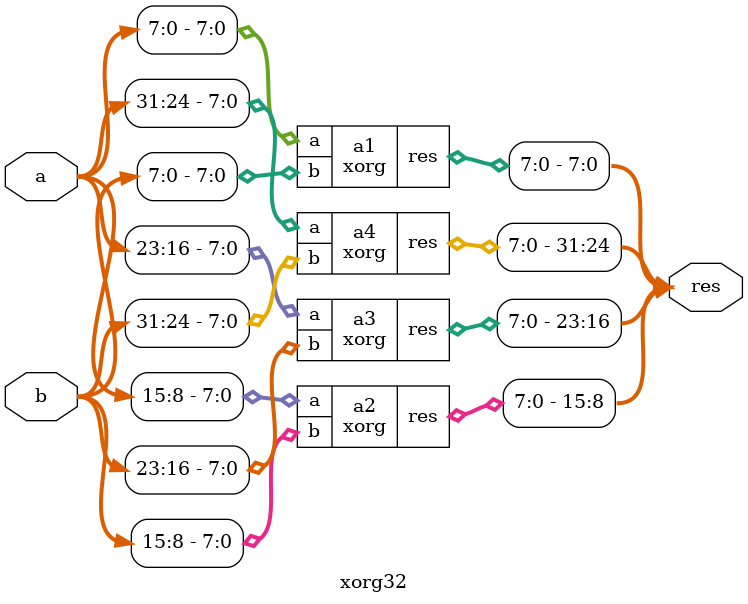
<source format=v>
`timescale 1ns / 1ps

module xorg(
    input [7:0] a,
    input [7:0] b,
    output [7:0] res
);
    xor g1(res[0],a[0],b[0]);
    xor g2(res[1],a[1],b[1]);
    xor g3(res[2],a[2],b[2]);
    xor g4(res[3],a[3],b[3]);
    xor g5(res[4],a[4],b[4]);
    xor g6(res[5],a[5],b[5]);
    xor g7(res[6],a[6],b[6]);
    xor g8(res[7],a[7],b[7]);
endmodule

module xorg32(
    input [31:0] a,
    input [31:0] b,
    output [31:0] res
);
    xorg a1(a[7:0],b[7:0],res[7:0]);
    xorg a2(a[15:8],b[15:8],res[15:8]);
    xorg a3(a[23:16],b[23:16],res[23:16]);
    xorg a4(a[31:24],b[31:24],res[31:24]);
endmodule

</source>
